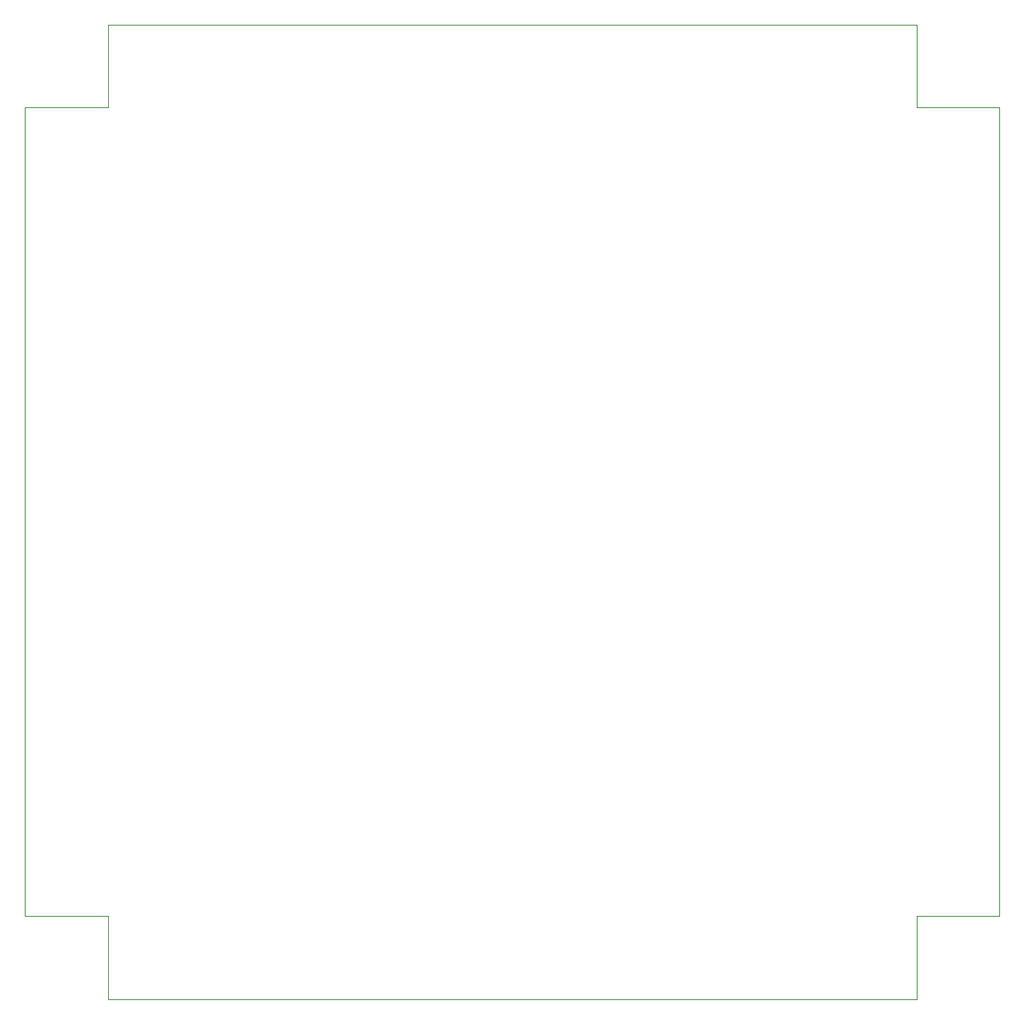
<source format=gbr>
G04 #@! TF.GenerationSoftware,KiCad,Pcbnew,5.1.5+dfsg1-2build2*
G04 #@! TF.CreationDate,2020-05-18T23:31:37+02:00*
G04 #@! TF.ProjectId,proto2,70726f74-6f32-42e6-9b69-6361645f7063,rev?*
G04 #@! TF.SameCoordinates,Original*
G04 #@! TF.FileFunction,Profile,NP*
%FSLAX46Y46*%
G04 Gerber Fmt 4.6, Leading zero omitted, Abs format (unit mm)*
G04 Created by KiCad (PCBNEW 5.1.5+dfsg1-2build2) date 2020-05-18 23:31:37*
%MOMM*%
%LPD*%
G04 APERTURE LIST*
%ADD10C,0.050000*%
%ADD11C,0.100000*%
G04 APERTURE END LIST*
D10*
X99568000Y-151444000D02*
X99568000Y-142944000D01*
X182568000Y-142944000D02*
X182568000Y-151444000D01*
X191068000Y-142944000D02*
X182568000Y-142944000D01*
X99568000Y-59944000D02*
X99568000Y-51444000D01*
X91068000Y-59944000D02*
X99568000Y-59944000D01*
X182568000Y-59944000D02*
X191068000Y-59944000D01*
X182568000Y-51444000D02*
X182568000Y-59944000D01*
D11*
X99568000Y-51444000D02*
X182568000Y-51444000D01*
X191068000Y-59944000D02*
X191068000Y-142944000D01*
X91068000Y-59944000D02*
X91068000Y-142944000D01*
X99568000Y-151444000D02*
X182568000Y-151444000D01*
D10*
X99568000Y-142944000D02*
X91068000Y-142944000D01*
M02*

</source>
